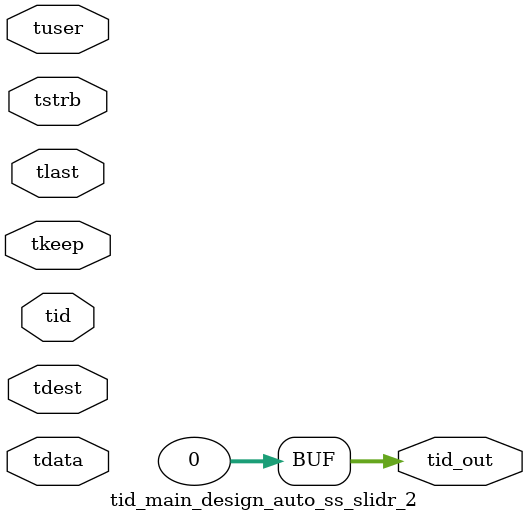
<source format=v>


`timescale 1ps/1ps

module tid_main_design_auto_ss_slidr_2 #
(
parameter C_S_AXIS_TID_WIDTH   = 1,
parameter C_S_AXIS_TUSER_WIDTH = 0,
parameter C_S_AXIS_TDATA_WIDTH = 0,
parameter C_S_AXIS_TDEST_WIDTH = 0,
parameter C_M_AXIS_TID_WIDTH   = 32
)
(
input  [(C_S_AXIS_TID_WIDTH   == 0 ? 1 : C_S_AXIS_TID_WIDTH)-1:0       ] tid,
input  [(C_S_AXIS_TDATA_WIDTH == 0 ? 1 : C_S_AXIS_TDATA_WIDTH)-1:0     ] tdata,
input  [(C_S_AXIS_TUSER_WIDTH == 0 ? 1 : C_S_AXIS_TUSER_WIDTH)-1:0     ] tuser,
input  [(C_S_AXIS_TDEST_WIDTH == 0 ? 1 : C_S_AXIS_TDEST_WIDTH)-1:0     ] tdest,
input  [(C_S_AXIS_TDATA_WIDTH/8)-1:0 ] tkeep,
input  [(C_S_AXIS_TDATA_WIDTH/8)-1:0 ] tstrb,
input                                                                    tlast,
output [(C_M_AXIS_TID_WIDTH   == 0 ? 1 : C_M_AXIS_TID_WIDTH)-1:0       ] tid_out
);

assign tid_out = {1'b0};

endmodule


</source>
